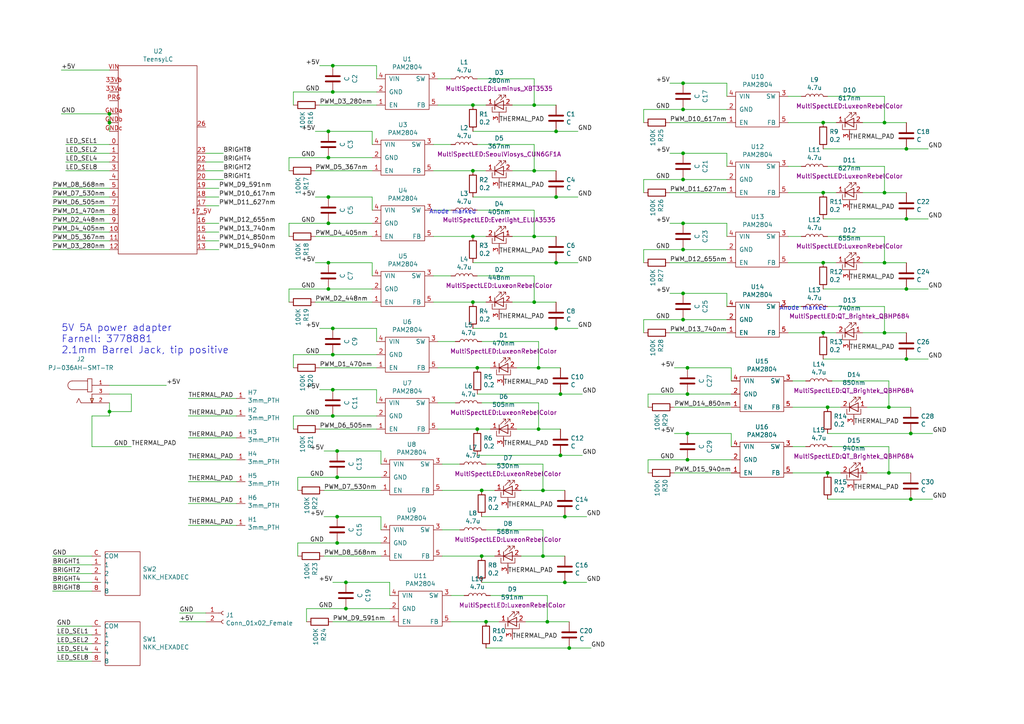
<source format=kicad_sch>
(kicad_sch (version 20211123) (generator eeschema)
  (paper "A4")
  (junction (at 95.25 83.82))
  (junction (at 240.03 137.16))
  (junction (at 198.12 85.09))
  (junction (at 96.52 19.05))
  (junction (at 198.12 92.71))
  (junction (at 154.94 68.58))
  (junction (at 165.1 187.96))
  (junction (at 138.43 106.68))
  (junction (at 97.79 157.48))
  (junction (at 256.54 96.52))
  (junction (at 31.75 33.02))
  (junction (at 262.89 63.5))
  (junction (at 154.94 49.53))
  (junction (at 158.75 180.34))
  (junction (at 137.16 87.63))
  (junction (at 238.76 96.52))
  (junction (at 97.79 149.86))
  (junction (at 198.12 64.77))
  (junction (at 198.12 44.45))
  (junction (at 262.89 43.18))
  (junction (at 100.33 176.53))
  (junction (at 264.16 144.78))
  (junction (at 238.76 55.88))
  (junction (at 264.16 125.73))
  (junction (at 96.52 95.25))
  (junction (at 96.52 113.03))
  (junction (at 163.83 149.86))
  (junction (at 238.76 35.56))
  (junction (at 100.33 168.91))
  (junction (at 95.25 64.77))
  (junction (at 157.48 142.24))
  (junction (at 154.94 30.48))
  (junction (at 137.16 30.48))
  (junction (at 95.25 38.1))
  (junction (at 154.94 87.63))
  (junction (at 96.52 26.67))
  (junction (at 161.29 95.25))
  (junction (at 198.12 52.07))
  (junction (at 161.29 38.1))
  (junction (at 138.43 124.46))
  (junction (at 257.81 137.16))
  (junction (at 96.52 102.87))
  (junction (at 198.12 24.13))
  (junction (at 256.54 55.88))
  (junction (at 199.39 114.3))
  (junction (at 162.56 114.3))
  (junction (at 240.03 118.11))
  (junction (at 262.89 83.82))
  (junction (at 256.54 76.2))
  (junction (at 238.76 76.2))
  (junction (at 199.39 133.35))
  (junction (at 156.21 106.68))
  (junction (at 163.83 168.91))
  (junction (at 257.81 118.11))
  (junction (at 137.16 49.53))
  (junction (at 95.25 76.2))
  (junction (at 96.52 120.65))
  (junction (at 161.29 57.15))
  (junction (at 162.56 132.08))
  (junction (at 157.48 161.29))
  (junction (at 199.39 106.68))
  (junction (at 139.7 161.29))
  (junction (at 262.89 104.14))
  (junction (at 198.12 72.39))
  (junction (at 156.21 124.46))
  (junction (at 198.12 31.75))
  (junction (at 199.39 125.73))
  (junction (at 95.25 57.15))
  (junction (at 137.16 68.58))
  (junction (at 140.97 180.34))
  (junction (at 95.25 45.72))
  (junction (at 139.7 142.24))
  (junction (at 97.79 138.43))
  (junction (at 31.75 35.56))
  (junction (at 31.75 119.38))
  (junction (at 161.29 76.2))
  (junction (at 97.79 130.81))
  (junction (at 256.54 35.56))
  (wire (pts (xy 110.49 130.81) (xy 97.79 130.81)))
  (wire (pts (xy 243.84 118.11) (xy 240.03 118.11)))
  (wire (pts (xy 186.69 31.75) (xy 186.69 35.56)))
  (wire (pts (xy 128.27 161.29) (xy 139.7 161.29)))
  (wire (pts (xy 128.27 134.62) (xy 133.35 134.62)))
  (wire (pts (xy 88.9 176.53) (xy 88.9 180.34)))
  (wire (pts (xy 154.94 87.63) (xy 154.94 80.01)))
  (wire (pts (xy 186.69 72.39) (xy 198.12 72.39)))
  (wire (pts (xy 186.69 92.71) (xy 186.69 96.52)))
  (wire (pts (xy 31.75 59.69) (xy 15.24 59.69)))
  (wire (pts (xy 256.54 76.2) (xy 262.89 76.2)))
  (wire (pts (xy 107.95 83.82) (xy 95.25 83.82)))
  (wire (pts (xy 110.49 157.48) (xy 97.79 157.48)))
  (wire (pts (xy 113.03 176.53) (xy 100.33 176.53)))
  (wire (pts (xy 83.82 83.82) (xy 95.25 83.82)))
  (wire (pts (xy 107.95 57.15) (xy 95.25 57.15)))
  (wire (pts (xy 186.69 72.39) (xy 186.69 76.2)))
  (wire (pts (xy 162.56 132.08) (xy 138.43 132.08)))
  (wire (pts (xy 148.59 30.48) (xy 154.94 30.48)))
  (wire (pts (xy 210.82 64.77) (xy 210.82 68.58)))
  (wire (pts (xy 127 99.06) (xy 132.08 99.06)))
  (wire (pts (xy 256.54 88.9) (xy 240.03 88.9)))
  (wire (pts (xy 144.78 180.34) (xy 140.97 180.34)))
  (wire (pts (xy 68.58 120.65) (xy 54.61 120.65)))
  (wire (pts (xy 86.36 138.43) (xy 97.79 138.43)))
  (wire (pts (xy 85.09 102.87) (xy 96.52 102.87)))
  (wire (pts (xy 152.4 180.34) (xy 158.75 180.34)))
  (wire (pts (xy 95.25 57.15) (xy 91.44 57.15)))
  (wire (pts (xy 170.18 149.86) (xy 163.83 149.86)))
  (wire (pts (xy 154.94 68.58) (xy 161.29 68.58)))
  (wire (pts (xy 68.58 139.7) (xy 54.61 139.7)))
  (wire (pts (xy 269.24 83.82) (xy 262.89 83.82)))
  (wire (pts (xy 128.27 142.24) (xy 139.7 142.24)))
  (wire (pts (xy 125.73 60.96) (xy 130.81 60.96)))
  (wire (pts (xy 212.09 114.3) (xy 199.39 114.3)))
  (wire (pts (xy 210.82 31.75) (xy 198.12 31.75)))
  (wire (pts (xy 167.64 57.15) (xy 161.29 57.15)))
  (wire (pts (xy 198.12 44.45) (xy 194.31 44.45)))
  (wire (pts (xy 257.81 137.16) (xy 264.16 137.16)))
  (wire (pts (xy 107.95 38.1) (xy 107.95 41.91)))
  (wire (pts (xy 256.54 35.56) (xy 256.54 27.94)))
  (wire (pts (xy 31.75 119.38) (xy 31.75 120.65)))
  (wire (pts (xy 270.51 144.78) (xy 264.16 144.78)))
  (wire (pts (xy 15.24 72.39) (xy 31.75 72.39)))
  (wire (pts (xy 250.19 35.56) (xy 256.54 35.56)))
  (wire (pts (xy 199.39 125.73) (xy 195.58 125.73)))
  (wire (pts (xy 127 124.46) (xy 138.43 124.46)))
  (wire (pts (xy 26.67 163.83) (xy 15.24 163.83)))
  (wire (pts (xy 85.09 120.65) (xy 96.52 120.65)))
  (wire (pts (xy 238.76 76.2) (xy 228.6 76.2)))
  (wire (pts (xy 154.94 49.53) (xy 161.29 49.53)))
  (wire (pts (xy 125.73 49.53) (xy 137.16 49.53)))
  (wire (pts (xy 238.76 35.56) (xy 228.6 35.56)))
  (wire (pts (xy 143.51 142.24) (xy 139.7 142.24)))
  (wire (pts (xy 212.09 125.73) (xy 212.09 129.54)))
  (wire (pts (xy 83.82 83.82) (xy 83.82 87.63)))
  (wire (pts (xy 186.69 52.07) (xy 186.69 55.88)))
  (wire (pts (xy 270.51 125.73) (xy 264.16 125.73)))
  (wire (pts (xy 154.94 60.96) (xy 138.43 60.96)))
  (wire (pts (xy 256.54 55.88) (xy 256.54 48.26)))
  (wire (pts (xy 250.19 76.2) (xy 256.54 76.2)))
  (wire (pts (xy 109.22 113.03) (xy 109.22 116.84)))
  (wire (pts (xy 198.12 24.13) (xy 194.31 24.13)))
  (wire (pts (xy 107.95 76.2) (xy 95.25 76.2)))
  (wire (pts (xy 26.67 186.69) (xy 16.51 186.69)))
  (wire (pts (xy 140.97 30.48) (xy 137.16 30.48)))
  (wire (pts (xy 26.67 171.45) (xy 15.24 171.45)))
  (wire (pts (xy 26.67 129.54) (xy 38.1 129.54)))
  (wire (pts (xy 257.81 118.11) (xy 257.81 110.49)))
  (wire (pts (xy 165.1 187.96) (xy 140.97 187.96)))
  (wire (pts (xy 238.76 55.88) (xy 228.6 55.88)))
  (wire (pts (xy 168.91 114.3) (xy 162.56 114.3)))
  (wire (pts (xy 26.67 161.29) (xy 15.24 161.29)))
  (wire (pts (xy 243.84 137.16) (xy 240.03 137.16)))
  (wire (pts (xy 107.95 49.53) (xy 91.44 49.53)))
  (wire (pts (xy 168.91 132.08) (xy 162.56 132.08)))
  (wire (pts (xy 186.69 92.71) (xy 198.12 92.71)))
  (wire (pts (xy 233.68 110.49) (xy 229.87 110.49)))
  (wire (pts (xy 256.54 96.52) (xy 256.54 88.9)))
  (wire (pts (xy 187.96 133.35) (xy 199.39 133.35)))
  (wire (pts (xy 31.75 54.61) (xy 15.24 54.61)))
  (wire (pts (xy 212.09 137.16) (xy 195.58 137.16)))
  (wire (pts (xy 251.46 118.11) (xy 257.81 118.11)))
  (wire (pts (xy 198.12 64.77) (xy 194.31 64.77)))
  (wire (pts (xy 109.22 95.25) (xy 96.52 95.25)))
  (wire (pts (xy 242.57 35.56) (xy 238.76 35.56)))
  (wire (pts (xy 186.69 52.07) (xy 198.12 52.07)))
  (wire (pts (xy 140.97 68.58) (xy 137.16 68.58)))
  (wire (pts (xy 125.73 68.58) (xy 137.16 68.58)))
  (wire (pts (xy 262.89 43.18) (xy 238.76 43.18)))
  (wire (pts (xy 96.52 95.25) (xy 92.71 95.25)))
  (wire (pts (xy 109.22 113.03) (xy 96.52 113.03)))
  (wire (pts (xy 109.22 19.05) (xy 109.22 22.86)))
  (wire (pts (xy 154.94 41.91) (xy 138.43 41.91)))
  (wire (pts (xy 31.75 116.84) (xy 31.75 119.38)))
  (wire (pts (xy 264.16 125.73) (xy 240.03 125.73)))
  (wire (pts (xy 85.09 120.65) (xy 85.09 124.46)))
  (wire (pts (xy 187.96 114.3) (xy 199.39 114.3)))
  (wire (pts (xy 269.24 43.18) (xy 262.89 43.18)))
  (wire (pts (xy 154.94 49.53) (xy 154.94 41.91)))
  (wire (pts (xy 157.48 142.24) (xy 163.83 142.24)))
  (wire (pts (xy 148.59 49.53) (xy 154.94 49.53)))
  (wire (pts (xy 163.83 168.91) (xy 139.7 168.91)))
  (wire (pts (xy 26.67 184.15) (xy 16.51 184.15)))
  (wire (pts (xy 68.58 133.35) (xy 54.61 133.35)))
  (wire (pts (xy 26.67 166.37) (xy 15.24 166.37)))
  (wire (pts (xy 31.75 57.15) (xy 15.24 57.15)))
  (wire (pts (xy 109.22 120.65) (xy 96.52 120.65)))
  (wire (pts (xy 187.96 133.35) (xy 187.96 137.16)))
  (wire (pts (xy 256.54 55.88) (xy 262.89 55.88)))
  (wire (pts (xy 107.95 45.72) (xy 95.25 45.72)))
  (wire (pts (xy 210.82 76.2) (xy 194.31 76.2)))
  (wire (pts (xy 232.41 48.26) (xy 228.6 48.26)))
  (wire (pts (xy 232.41 88.9) (xy 228.6 88.9)))
  (wire (pts (xy 250.19 96.52) (xy 256.54 96.52)))
  (wire (pts (xy 250.19 55.88) (xy 256.54 55.88)))
  (wire (pts (xy 110.49 149.86) (xy 97.79 149.86)))
  (wire (pts (xy 157.48 153.67) (xy 140.97 153.67)))
  (wire (pts (xy 68.58 115.57) (xy 54.61 115.57)))
  (wire (pts (xy 158.75 180.34) (xy 165.1 180.34)))
  (wire (pts (xy 83.82 64.77) (xy 83.82 68.58)))
  (wire (pts (xy 170.18 168.91) (xy 163.83 168.91)))
  (wire (pts (xy 161.29 76.2) (xy 137.16 76.2)))
  (wire (pts (xy 158.75 172.72) (xy 142.24 172.72)))
  (wire (pts (xy 68.58 146.05) (xy 54.61 146.05)))
  (wire (pts (xy 26.67 120.65) (xy 26.67 129.54)))
  (wire (pts (xy 161.29 95.25) (xy 137.16 95.25)))
  (wire (pts (xy 113.03 180.34) (xy 96.52 180.34)))
  (wire (pts (xy 140.97 87.63) (xy 137.16 87.63)))
  (wire (pts (xy 109.22 30.48) (xy 92.71 30.48)))
  (wire (pts (xy 269.24 63.5) (xy 262.89 63.5)))
  (wire (pts (xy 31.75 69.85) (xy 15.24 69.85)))
  (wire (pts (xy 242.57 76.2) (xy 238.76 76.2)))
  (wire (pts (xy 156.21 116.84) (xy 139.7 116.84)))
  (wire (pts (xy 31.75 64.77) (xy 15.24 64.77)))
  (wire (pts (xy 31.75 114.3) (xy 38.1 114.3)))
  (wire (pts (xy 97.79 130.81) (xy 93.98 130.81)))
  (wire (pts (xy 171.45 187.96) (xy 165.1 187.96)))
  (wire (pts (xy 109.22 19.05) (xy 96.52 19.05)))
  (wire (pts (xy 256.54 68.58) (xy 240.03 68.58)))
  (wire (pts (xy 63.5 69.85) (xy 59.69 69.85)))
  (wire (pts (xy 110.49 142.24) (xy 93.98 142.24)))
  (wire (pts (xy 210.82 72.39) (xy 198.12 72.39)))
  (wire (pts (xy 240.03 118.11) (xy 229.87 118.11)))
  (wire (pts (xy 107.95 68.58) (xy 91.44 68.58)))
  (wire (pts (xy 97.79 149.86) (xy 93.98 149.86)))
  (wire (pts (xy 110.49 130.81) (xy 110.49 134.62)))
  (wire (pts (xy 163.83 149.86) (xy 139.7 149.86)))
  (wire (pts (xy 210.82 55.88) (xy 194.31 55.88)))
  (wire (pts (xy 31.75 33.02) (xy 17.78 33.02)))
  (wire (pts (xy 110.49 138.43) (xy 97.79 138.43)))
  (wire (pts (xy 95.25 38.1) (xy 91.44 38.1)))
  (wire (pts (xy 210.82 92.71) (xy 198.12 92.71)))
  (wire (pts (xy 109.22 124.46) (xy 92.71 124.46)))
  (wire (pts (xy 232.41 68.58) (xy 228.6 68.58)))
  (wire (pts (xy 210.82 44.45) (xy 198.12 44.45)))
  (wire (pts (xy 199.39 106.68) (xy 195.58 106.68)))
  (wire (pts (xy 38.1 114.3) (xy 38.1 119.38)))
  (wire (pts (xy 143.51 161.29) (xy 139.7 161.29)))
  (wire (pts (xy 240.03 137.16) (xy 229.87 137.16)))
  (wire (pts (xy 210.82 35.56) (xy 194.31 35.56)))
  (wire (pts (xy 85.09 102.87) (xy 85.09 106.68)))
  (wire (pts (xy 262.89 63.5) (xy 238.76 63.5)))
  (wire (pts (xy 154.94 68.58) (xy 154.94 60.96)))
  (wire (pts (xy 157.48 142.24) (xy 157.48 134.62)))
  (wire (pts (xy 151.13 161.29) (xy 157.48 161.29)))
  (wire (pts (xy 212.09 133.35) (xy 199.39 133.35)))
  (wire (pts (xy 68.58 127) (xy 54.61 127)))
  (wire (pts (xy 269.24 104.14) (xy 262.89 104.14)))
  (wire (pts (xy 149.86 106.68) (xy 156.21 106.68)))
  (wire (pts (xy 137.16 30.48) (xy 127 30.48)))
  (wire (pts (xy 96.52 113.03) (xy 92.71 113.03)))
  (wire (pts (xy 59.69 177.8) (xy 52.07 177.8)))
  (wire (pts (xy 156.21 124.46) (xy 162.56 124.46)))
  (wire (pts (xy 256.54 76.2) (xy 256.54 68.58)))
  (wire (pts (xy 63.5 72.39) (xy 59.69 72.39)))
  (wire (pts (xy 242.57 96.52) (xy 238.76 96.52)))
  (wire (pts (xy 156.21 106.68) (xy 156.21 99.06)))
  (wire (pts (xy 140.97 180.34) (xy 130.81 180.34)))
  (wire (pts (xy 156.21 106.68) (xy 162.56 106.68)))
  (wire (pts (xy 107.95 57.15) (xy 107.95 60.96)))
  (wire (pts (xy 167.64 95.25) (xy 161.29 95.25)))
  (wire (pts (xy 232.41 27.94) (xy 228.6 27.94)))
  (wire (pts (xy 26.67 191.77) (xy 16.51 191.77)))
  (wire (pts (xy 125.73 87.63) (xy 137.16 87.63)))
  (wire (pts (xy 212.09 125.73) (xy 199.39 125.73)))
  (wire (pts (xy 262.89 83.82) (xy 238.76 83.82)))
  (wire (pts (xy 157.48 161.29) (xy 163.83 161.29)))
  (wire (pts (xy 130.81 22.86) (xy 127 22.86)))
  (wire (pts (xy 83.82 45.72) (xy 83.82 49.53)))
  (wire (pts (xy 88.9 176.53) (xy 100.33 176.53)))
  (wire (pts (xy 86.36 157.48) (xy 86.36 161.29)))
  (wire (pts (xy 161.29 38.1) (xy 137.16 38.1)))
  (wire (pts (xy 161.29 57.15) (xy 137.16 57.15)))
  (wire (pts (xy 107.95 38.1) (xy 95.25 38.1)))
  (wire (pts (xy 107.95 64.77) (xy 95.25 64.77)))
  (wire (pts (xy 242.57 55.88) (xy 238.76 55.88)))
  (wire (pts (xy 86.36 138.43) (xy 86.36 142.24)))
  (wire (pts (xy 31.75 46.99) (xy 19.05 46.99)))
  (wire (pts (xy 31.75 49.53) (xy 19.05 49.53)))
  (wire (pts (xy 109.22 102.87) (xy 96.52 102.87)))
  (wire (pts (xy 107.95 87.63) (xy 91.44 87.63)))
  (wire (pts (xy 63.5 67.31) (xy 59.69 67.31)))
  (wire (pts (xy 85.09 26.67) (xy 96.52 26.67)))
  (wire (pts (xy 109.22 95.25) (xy 109.22 99.06)))
  (wire (pts (xy 31.75 119.38) (xy 38.1 119.38)))
  (wire (pts (xy 156.21 124.46) (xy 156.21 116.84)))
  (wire (pts (xy 157.48 161.29) (xy 157.48 153.67)))
  (wire (pts (xy 63.5 64.77) (xy 59.69 64.77)))
  (wire (pts (xy 154.94 30.48) (xy 161.29 30.48)))
  (wire (pts (xy 83.82 45.72) (xy 95.25 45.72)))
  (wire (pts (xy 151.13 142.24) (xy 157.48 142.24)))
  (wire (pts (xy 210.82 52.07) (xy 198.12 52.07)))
  (wire (pts (xy 264.16 144.78) (xy 240.03 144.78)))
  (wire (pts (xy 257.81 137.16) (xy 257.81 129.54)))
  (wire (pts (xy 158.75 180.34) (xy 158.75 172.72)))
  (wire (pts (xy 157.48 134.62) (xy 140.97 134.62)))
  (wire (pts (xy 256.54 48.26) (xy 240.03 48.26)))
  (wire (pts (xy 257.81 110.49) (xy 241.3 110.49)))
  (wire (pts (xy 210.82 96.52) (xy 194.31 96.52)))
  (wire (pts (xy 142.24 124.46) (xy 138.43 124.46)))
  (wire (pts (xy 26.67 189.23) (xy 16.51 189.23)))
  (wire (pts (xy 59.69 180.34) (xy 52.07 180.34)))
  (wire (pts (xy 154.94 22.86) (xy 138.43 22.86)))
  (wire (pts (xy 107.95 76.2) (xy 107.95 80.01)))
  (wire (pts (xy 187.96 114.3) (xy 187.96 118.11)))
  (wire (pts (xy 257.81 129.54) (xy 241.3 129.54)))
  (wire (pts (xy 262.89 104.14) (xy 238.76 104.14)))
  (wire (pts (xy 26.67 181.61) (xy 16.51 181.61)))
  (wire (pts (xy 113.03 168.91) (xy 100.33 168.91)))
  (wire (pts (xy 31.75 20.32) (xy 17.78 20.32)))
  (wire (pts (xy 110.49 149.86) (xy 110.49 153.67)))
  (wire (pts (xy 156.21 99.06) (xy 139.7 99.06)))
  (wire (pts (xy 59.69 52.07) (xy 64.77 52.07)))
  (wire (pts (xy 31.75 111.76) (xy 48.26 111.76)))
  (wire (pts (xy 198.12 85.09) (xy 194.31 85.09)))
  (wire (pts (xy 212.09 106.68) (xy 199.39 106.68)))
  (wire (pts (xy 31.75 67.31) (xy 15.24 67.31)))
  (wire (pts (xy 109.22 106.68) (xy 92.71 106.68)))
  (wire (pts (xy 233.68 129.54) (xy 229.87 129.54)))
  (wire (pts (xy 31.75 35.56) (xy 31.75 38.1)))
  (wire (pts (xy 125.73 41.91) (xy 130.81 41.91)))
  (wire (pts (xy 59.69 46.99) (xy 64.77 46.99)))
  (wire (pts (xy 212.09 106.68) (xy 212.09 110.49)))
  (wire (pts (xy 251.46 137.16) (xy 257.81 137.16)))
  (wire (pts (xy 86.36 157.48) (xy 97.79 157.48)))
  (wire (pts (xy 100.33 168.91) (xy 96.52 168.91)))
  (wire (pts (xy 109.22 26.67) (xy 96.52 26.67)))
  (wire (pts (xy 256.54 35.56) (xy 262.89 35.56)))
  (wire (pts (xy 127 106.68) (xy 138.43 106.68)))
  (wire (pts (xy 59.69 49.53) (xy 64.77 49.53)))
  (wire (pts (xy 31.75 120.65) (xy 26.67 120.65)))
  (wire (pts (xy 186.69 31.75) (xy 198.12 31.75)))
  (wire (pts (xy 63.5 54.61) (xy 59.69 54.61)))
  (wire (pts (xy 148.59 87.63) (xy 154.94 87.63)))
  (wire (pts (xy 238.76 96.52) (xy 228.6 96.52)))
  (wire (pts (xy 31.75 44.45) (xy 19.05 44.45)))
  (wire (pts (xy 95.25 76.2) (xy 91.44 76.2)))
  (wire (pts (xy 256.54 27.94) (xy 240.03 27.94)))
  (wire (pts (xy 257.81 118.11) (xy 264.16 118.11)))
  (wire (pts (xy 96.52 19.05) (xy 92.71 19.05)))
  (wire (pts (xy 113.03 168.91) (xy 113.03 172.72)))
  (wire (pts (xy 154.94 30.48) (xy 154.94 22.86)))
  (wire (pts (xy 63.5 59.69) (xy 59.69 59.69)))
  (wire (pts (xy 31.75 41.91) (xy 19.05 41.91)))
  (wire (pts (xy 140.97 49.53) (xy 137.16 49.53)))
  (wire (pts (xy 31.75 62.23) (xy 15.24 62.23)))
  (wire (pts (xy 148.59 68.58) (xy 154.94 68.58)))
  (wire (pts (xy 68.58 152.4) (xy 54.61 152.4)))
  (wire (pts (xy 31.75 33.02) (xy 31.75 35.56)))
  (wire (pts (xy 125.73 80.01) (xy 130.81 80.01)))
  (wire (pts (xy 210.82 44.45) (xy 210.82 48.26)))
  (wire (pts (xy 210.82 85.09) (xy 198.12 85.09)))
  (wire (pts (xy 149.86 124.46) (xy 156.21 124.46)))
  (wire (pts (xy 256.54 96.52) (xy 262.89 96.52)))
  (wire (pts (xy 127 116.84) (xy 132.08 116.84)))
  (wire (pts (xy 59.69 44.45) (xy 64.77 44.45)))
  (wire (pts (xy 210.82 24.13) (xy 210.82 27.94)))
  (wire (pts (xy 110.49 161.29) (xy 93.98 161.29)))
  (wire (pts (xy 162.56 114.3) (xy 138.43 114.3)))
  (wire (pts (xy 212.09 118.11) (xy 195.58 118.11)))
  (wire (pts (xy 63.5 57.15) (xy 59.69 57.15)))
  (wire (pts (xy 154.94 80.01) (xy 138.43 80.01)))
  (wire (pts (xy 210.82 85.09) (xy 210.82 88.9)))
  (wire (pts (xy 167.64 76.2) (xy 161.29 76.2)))
  (wire (pts (xy 154.94 87.63) (xy 161.29 87.63)))
  (wire (pts (xy 128.27 153.67) (xy 133.35 153.67)))
  (wire (pts (xy 83.82 64.77) (xy 95.25 64.77)))
  (wire (pts (xy 134.62 172.72) (xy 130.81 172.72)))
  (wire (pts (xy 210.82 64.77) (xy 198.12 64.77)))
  (wire (pts (xy 85.09 26.67) (xy 85.09 30.48)))
  (wire (pts (xy 210.82 24.13) (xy 198.12 24.13)))
  (wire (pts (xy 142.24 106.68) (xy 138.43 106.68)))
  (wire (pts (xy 26.67 168.91) (xy 15.24 168.91)))
  (wire (pts (xy 167.64 38.1) (xy 161.29 38.1)))
  (text "Anode marked" (at 124.46 62.23 0) (effects (font (size 1.27 1.27)) (justify left bottom)))
  (text "5V 5A power adapter \nFarnell: 3778881\n2.1mm Barrel Jack, tip positive" (at 17.78 102.87 0) (effects (font (size 2.0066 2.0066)) (justify left bottom)))
  (text "Anode marked" (at 226.06 90.17 0) (effects (font (size 1.27 1.27)) (justify left bottom)))
  (label "PWM_D7_530nm" (at 15.24 57.15 0))
  (label "THERMAL_PAD" (at 146.05 129.54 0))
  (label "GND" (at 92.71 26.67 180))
  (label "+5V" (at 48.26 111.76 0))
  (label "THERMAL_PAD" (at 246.38 101.6 0))
  (label "GND" (at 167.64 76.2 0))
  (label "BRIGHT2" (at 15.24 166.37 0))
  (label "THERMAL_PAD" (at 54.61 120.65 0))
  (label "GND" (at 15.24 161.29 0))
  (label "+5V" (at 194.31 85.09 180))
  (label "+5V" (at 96.52 168.91 180))
  (label "GND" (at 17.78 33.02 0))
  (label "PWM_D14_850nm" (at 195.58 118.11 0))
  (label "GND" (at 167.64 38.1 0))
  (label "THERMAL_PAD" (at 54.61 139.7 0))
  (label "LED_SEL1" (at 16.51 184.15 0))
  (label "GND" (at 194.31 92.71 180))
  (label "PWM_D12_655nm" (at 63.5 64.77 0))
  (label "GND" (at 269.24 63.5 0))
  (label "+5V" (at 92.71 19.05 180))
  (label "LED_SEL2" (at 19.05 44.45 0))
  (label "GND" (at 195.58 114.3 180))
  (label "+5V" (at 93.98 130.81 180))
  (label "PWM_D2_448nm" (at 91.44 87.63 0))
  (label "BRIGHT4" (at 15.24 168.91 0))
  (label "GND" (at 269.24 104.14 0))
  (label "THERMAL_PAD" (at 54.61 146.05 0))
  (label "BRIGHT4" (at 64.77 46.99 0))
  (label "PWM_D6_505nm" (at 15.24 59.69 0))
  (label "GND" (at 96.52 176.53 180))
  (label "THERMAL_PAD" (at 144.78 35.56 0))
  (label "THERMAL_PAD" (at 38.1 129.54 0))
  (label "PWM_D1_470nm" (at 92.71 106.68 0))
  (label "+5V" (at 195.58 125.73 180))
  (label "PWM_D15_940nm" (at 63.5 72.39 0))
  (label "THERMAL_PAD" (at 146.05 111.76 0))
  (label "GND" (at 167.64 57.15 0))
  (label "THERMAL_PAD" (at 54.61 133.35 0))
  (label "PWM_D10_617nm" (at 194.31 35.56 0))
  (label "GND" (at 194.31 52.07 180))
  (label "GND" (at 92.71 102.87 180))
  (label "PWM_D5_367nm" (at 91.44 49.53 0))
  (label "THERMAL_PAD" (at 54.61 127 0))
  (label "THERMAL_PAD" (at 54.61 115.57 0))
  (label "+5V" (at 17.78 20.32 0))
  (label "PWM_D13_740nm" (at 194.31 96.52 0))
  (label "PWM_D11_627nm" (at 63.5 59.69 0))
  (label "+5V" (at 91.44 38.1 180))
  (label "THERMAL_PAD" (at 247.65 142.24 0))
  (label "THERMAL_PAD" (at 144.78 92.71 0))
  (label "GND" (at 194.31 31.75 180))
  (label "THERMAL_PAD" (at 54.61 152.4 0))
  (label "LED_SEL1" (at 19.05 41.91 0))
  (label "THERMAL_PAD" (at 144.78 73.66 0))
  (label "PWM_D9_591nm" (at 63.5 54.61 0))
  (label "GND" (at 170.18 168.91 0))
  (label "THERMAL_PAD" (at 147.32 166.37 0))
  (label "LED_SEL4" (at 19.05 46.99 0))
  (label "LED_SEL2" (at 16.51 186.69 0))
  (label "LED_SEL8" (at 16.51 191.77 0))
  (label "GND" (at 91.44 83.82 180))
  (label "THERMAL_PAD" (at 148.59 185.42 0))
  (label "BRIGHT8" (at 64.77 44.45 0))
  (label "PWM_D3_280nm" (at 92.71 30.48 0))
  (label "PWM_D8_568nm" (at 15.24 54.61 0))
  (label "GND" (at 269.24 83.82 0))
  (label "GND" (at 168.91 114.3 0))
  (label "PWM_D3_280nm" (at 15.24 72.39 0))
  (label "GND" (at 270.51 144.78 0))
  (label "PWM_D10_617nm" (at 63.5 57.15 0))
  (label "+5V" (at 195.58 106.68 180))
  (label "THERMAL_PAD" (at 246.38 81.28 0))
  (label "PWM_D12_655nm" (at 194.31 76.2 0))
  (label "PWM_D13_740nm" (at 63.5 67.31 0))
  (label "GND" (at 92.71 120.65 180))
  (label "GND" (at 33.02 129.54 0))
  (label "GND" (at 170.18 149.86 0))
  (label "THERMAL_PAD" (at 144.78 54.61 0))
  (label "+5V" (at 93.98 149.86 180))
  (label "PWM_D11_627nm" (at 194.31 55.88 0))
  (label "GND" (at 168.91 132.08 0))
  (label "THERMAL_PAD" (at 247.65 123.19 0))
  (label "PWM_D7_530nm" (at 93.98 142.24 0))
  (label "BRIGHT1" (at 15.24 163.83 0))
  (label "PWM_D9_591nm" (at 96.52 180.34 0))
  (label "THERMAL_PAD" (at 246.38 60.96 0))
  (label "GND" (at 52.07 177.8 0))
  (label "PWM_D4_405nm" (at 15.24 67.31 0))
  (label "PWM_D8_568nm" (at 93.98 161.29 0))
  (label "GND" (at 93.98 157.48 180))
  (label "BRIGHT2" (at 64.77 49.53 0))
  (label "GND" (at 269.24 43.18 0))
  (label "BRIGHT1" (at 64.77 52.07 0))
  (label "+5V" (at 194.31 24.13 180))
  (label "GND" (at 91.44 45.72 180))
  (label "THERMAL_PAD" (at 147.32 147.32 0))
  (label "PWM_D6_505nm" (at 92.71 124.46 0))
  (label "+5V" (at 194.31 64.77 180))
  (label "GND" (at 270.51 125.73 0))
  (label "BRIGHT8" (at 15.24 171.45 0))
  (label "LED_SEL8" (at 19.05 49.53 0))
  (label "GND" (at 195.58 133.35 180))
  (label "PWM_D15_940nm" (at 195.58 137.16 0))
  (label "+5V" (at 92.71 113.03 180))
  (label "PWM_D1_470nm" (at 15.24 62.23 0))
  (label "+5V" (at 91.44 76.2 180))
  (label "GND" (at 16.51 181.61 0))
  (label "GND" (at 91.44 64.77 180))
  (label "PWM_D4_405nm" (at 91.44 68.58 0))
  (label "LED_SEL4" (at 16.51 189.23 0))
  (label "GND" (at 171.45 187.96 0))
  (label "+5V" (at 92.71 95.25 180))
  (label "PWM_D14_850nm" (at 63.5 69.85 0))
  (label "PWM_D5_367nm" (at 15.24 69.85 0))
  (label "GND" (at 167.64 95.25 0))
  (label "THERMAL_PAD" (at 246.38 40.64 0))
  (label "GND" (at 194.31 72.39 180))
  (label "GND" (at 93.98 138.43 180))
  (label "+5V" (at 91.44 57.15 180))
  (label "+5V" (at 194.31 44.45 180))
  (label "+5V" (at 52.07 180.34 0))
  (label "PWM_D2_448nm" (at 15.24 64.77 0))
  (symbol (lib_id "MultiSpectLED:LED_PAD") (at 144.78 87.63 0) (unit 1)
    (property "Reference" "D2" (at 144.78 78.2066 0))
    (property "Value" "448nm" (at 144.78 80.518 0))
    (property "Footprint" "MultiSpectLED:LuxeonRebelColor" (at 144.78 82.8294 0))
    (property "Digikey Part Number" "1416-1038-1-ND" (effects hide))
  )
  (symbol (lib_id "MultiSpectLED:LED_PAD") (at 146.05 106.68 0) (unit 1)
    (property "Reference" "D1" (at 146.05 97.2566 0))
    (property "Value" "470nm" (at 146.05 99.568 0))
    (property "Footprint" "MultiSpectLED:LuxeonRebelColor" (at 146.05 101.8794 0))
    (property "Digikey Part Number" "1416-1029-1-ND" (effects hide))
  )
  (symbol (lib_id "MultiSpectLED:LED_PAD") (at 144.78 30.48 0) (unit 1)
    (property "Reference" "D3" (at 144.78 21.0566 0))
    (property "Value" "280nm" (at 144.78 23.368 0))
    (property "Footprint" "MultiSpectLED:Luminus_XBT3535" (at 144.78 25.6794 0))
    (property "Digikey Part Number" "1214-XBT-3535-UV-A130-CD270-00CT-ND" (effects hide))
  )
  (symbol (lib_id "MultiSpectLED:LED_PAD") (at 144.78 49.53 0) (unit 1)
    (property "Reference" "D5" (at 144.78 40.1066 0))
    (property "Value" "367nm" (at 144.78 42.418 0))
    (property "Footprint" "MultiSpectLED:SeoulViosys_CUN6GF1A" (at 144.78 44.7294 0))
    (property "Digikey Part Number" "2112-CUN6GF1ACT-ND" (effects hide))
  )
  (symbol (lib_id "MultiSpectLED:LED_PAD_ANODE_MARKED") (at 144.78 68.58 0) (unit 1)
    (property "Reference" "D4" (at 144.78 59.1566 0))
    (property "Value" "405nm" (at 144.78 61.468 0))
    (property "Footprint" "MultiSpectLED:Everlight_ELUA3535" (at 144.78 63.7794 0))
    (property "Digikey Part Number" "1080-1620-1-ND" (effects hide))
  )
  (symbol (lib_id "MultiSpectLED:LED_PAD_ANODE_MARKED") (at 246.38 96.52 0) (unit 1)
    (property "Reference" "D13" (at 246.38 87.0966 0))
    (property "Value" "740nm" (at 246.38 89.408 0))
    (property "Footprint" "MultiSpectLED:QT_Brightek_QBHP684" (at 246.38 91.7194 0))
    (property "Digikey Part Number" "1516-1213-1-ND" (effects hide))
  )
  (symbol (lib_id "MultiSpectLED:LED_PAD_ANODE_MARKED") (at 247.65 118.11 0) (unit 1)
    (property "Reference" "D14" (at 247.65 108.6866 0))
    (property "Value" "850nm" (at 247.65 110.998 0))
    (property "Footprint" "MultiSpectLED:QT_Brightek_QBHP684" (at 247.65 113.3094 0))
  )
  (symbol (lib_id "MultiSpectLED:LED_PAD_ANODE_MARKED") (at 247.65 137.16 0) (unit 1)
    (property "Reference" "D15" (at 247.65 127.7366 0))
    (property "Value" "940nm" (at 247.65 130.048 0))
    (property "Footprint" "MultiSpectLED:QT_Brightek_QBHP684" (at 247.65 132.3594 0))
  )
  (symbol (lib_id "MultiSpectLED:LED_PAD") (at 146.05 124.46 0) (unit 1)
    (property "Reference" "D6" (at 146.05 115.0366 0))
    (property "Value" "505nm" (at 146.05 117.348 0))
    (property "Footprint" "MultiSpectLED:LuxeonRebelColor" (at 146.05 119.6594 0))
    (property "Digikey Part Number" "1416-1031-1-ND" (effects hide))
  )
  (symbol (lib_id "MultiSpectLED:LED_PAD") (at 147.32 142.24 0) (unit 1)
    (property "Reference" "D7" (at 147.32 132.8166 0))
    (property "Value" "530nm" (at 147.32 135.128 0))
    (property "Footprint" "MultiSpectLED:LuxeonRebelColor" (at 147.32 137.4394 0))
    (property "Digikey Part Number" "1416-1036-1-ND" (effects hide))
  )
  (symbol (lib_id "MultiSpectLED:LED_PAD") (at 147.32 161.29 0) (unit 1)
    (property "Reference" "D8" (at 147.32 151.8666 0))
    (property "Value" "568nm" (at 147.32 154.178 0))
    (property "Footprint" "MultiSpectLED:LuxeonRebelColor" (at 147.32 156.4894 0))
    (property "Digikey Part Number" "1416-1185-1-ND" (effects hide))
  )
  (symbol (lib_id "MultiSpectLED:LED_PAD") (at 148.59 180.34 0) (unit 1)
    (property "Reference" "D9" (at 148.59 170.9166 0))
    (property "Value" "591nm" (at 148.59 173.228 0))
    (property "Footprint" "MultiSpectLED:LuxeonRebelColor" (at 148.59 175.5394 0))
    (property "Digikey Part Number" "1416-1027-1-ND" (effects hide))
  )
  (symbol (lib_id "MultiSpectLED:LED_PAD") (at 246.38 35.56 0) (unit 1)
    (property "Reference" "D10" (at 246.38 26.1366 0))
    (property "Value" "617nm" (at 246.38 28.448 0))
    (property "Footprint" "MultiSpectLED:LuxeonRebelColor" (at 246.38 30.7594 0))
    (property "Digikey Part Number" "1416-1026-1-ND" (effects hide))
  )
  (symbol (lib_id "MultiSpectLED:LED_PAD") (at 246.38 55.88 0) (unit 1)
    (property "Reference" "D11" (at 246.38 46.4566 0))
    (property "Value" "627nm" (at 246.38 48.768 0))
    (property "Footprint" "MultiSpectLED:LuxeonRebelColor" (at 246.38 51.0794 0))
    (property "Digikey Part Number" "1416-1024-1-ND" (effects hide))
  )
  (symbol (lib_id "MultiSpectLED:LED_PAD") (at 246.38 76.2 0) (unit 1)
    (property "Reference" "D12" (at 246.38 66.7766 0))
    (property "Value" "655nm" (at 246.38 69.088 0))
    (property "Footprint" "MultiSpectLED:LuxeonRebelColor" (at 246.38 71.3994 0))
    (property "Digikey Part Number" "1416-1701-1-ND" (effects hide))
  )
  (symbol (lib_id "MultiSpectLED:3mm_PTH") (at 71.12 152.4 0) (unit 1)
    (property "Reference" "H1" (at 71.8312 150.6728 0) (effects (justify left)))
    (property "Value" "3mm_PTH" (at 71.8312 152.9842 0) (effects (justify left)))
    (property "Footprint" "MultiSpectLED:3mm_PTH" (effects hide))
  )
  (symbol (lib_id "MultiSpectLED:PAM2804") (at 118.11 25.4 0) (unit 1)
    (property "Reference" "U1" (at 118.11 17.145 0))
    (property "Value" "PAM2804" (at 118.11 19.4564 0))
    (property "Footprint" "MultiSpectLED:SOT-23-5" (effects hide))
    (property "Digikey Part Number" "PAM2804AAB010DICT-ND" (effects hide))
  )
  (symbol (lib_id "MultiSpectLED:R") (at 137.16 34.29 0) (unit 1)
    (property "Reference" "R1" (at 138.938 33.1216 0) (effects (justify left)))
    (property "Value" "0.2" (at 138.938 35.433 0) (effects (justify left)))
    (property "Footprint" "MultiSpectLED:R_0805_2012Metric" (effects hide))
    (property "Digikey Part Number" "RL12S.20FCT-ND" (effects hide))
  )
  (symbol (lib_id "MultiSpectLED:L") (at 134.62 22.86 90) (unit 1)
    (property "Reference" "L1" (at 134.62 18.034 90))
    (property "Value" "4.7u" (at 134.62 20.3454 90))
    (property "Footprint" "MultiSpectLED:L_1007_2518Metric" (effects hide))
    (property "Digikey Part Number" "587-1621-1-ND" (effects hide))
  )
  (symbol (lib_id "MultiSpectLED:C") (at 161.29 34.29 0) (unit 1)
    (property "Reference" "C1" (at 164.211 33.1216 0) (effects (justify left)))
    (property "Value" "C" (at 164.211 35.433 0) (effects (justify left)))
    (property "Footprint" "MultiSpectLED:C_0805_2012Metric" (effects hide))
    (property "Digikey Part Number" "490-3886-1-ND" (effects hide))
  )
  (symbol (lib_id "MultiSpectLED:C") (at 96.52 22.86 180) (unit 1)
    (property "Reference" "C2" (at 102.9208 22.86 90))
    (property "Value" "C" (at 100.6094 22.86 90))
    (property "Footprint" "MultiSpectLED:C_0805_2012Metric" (effects hide))
    (property "Digikey Part Number" "490-3886-1-ND" (effects hide))
  )
  (symbol (lib_id "MultiSpectLED:TeensyLC") (at 45.72 48.26 0) (unit 1)
    (property "Reference" "U2" (at 45.847 14.859 0))
    (property "Value" "TeensyLC" (at 45.847 17.1704 0))
    (property "Footprint" "MultiSpectLED:TeensyLC" (effects hide))
    (property "Digikey Part Number" "1568-1233-ND" (effects hide))
  )
  (symbol (lib_id "MultiSpectLED:NKK_HEXADEC") (at 36.83 185.42 0) (unit 1)
    (property "Reference" "SW1" (at 41.3512 185.3946 0) (effects (justify left)))
    (property "Value" "NKK_HEXADEC" (at 41.3512 187.706 0) (effects (justify left)))
    (property "Footprint" "MultiSpectLED:NKK_FR02" (effects hide))
    (property "Digikey Part Number" "360-2543-1-ND" (effects hide))
  )
  (symbol (lib_id "MultiSpectLED:3mm_PTH") (at 71.12 146.05 0) (unit 1)
    (property "Reference" "H6" (at 71.8312 144.3228 0) (effects (justify left)))
    (property "Value" "3mm_PTH" (at 71.8312 146.6342 0) (effects (justify left)))
    (property "Footprint" "MultiSpectLED:3mm_PTH" (effects hide))
  )
  (symbol (lib_id "MultiSpectLED:3mm_PTH") (at 71.12 139.7 0) (unit 1)
    (property "Reference" "H5" (at 71.8312 137.9728 0) (effects (justify left)))
    (property "Value" "3mm_PTH" (at 71.8312 140.2842 0) (effects (justify left)))
    (property "Footprint" "MultiSpectLED:3mm_PTH" (effects hide))
  )
  (symbol (lib_id "MultiSpectLED:3mm_PTH") (at 71.12 133.35 0) (unit 1)
    (property "Reference" "H4" (at 71.8312 131.6228 0) (effects (justify left)))
    (property "Value" "3mm_PTH" (at 71.8312 133.9342 0) (effects (justify left)))
    (property "Footprint" "MultiSpectLED:3mm_PTH" (effects hide))
  )
  (symbol (lib_id "MultiSpectLED:3mm_PTH") (at 71.12 127 0) (unit 1)
    (property "Reference" "H3" (at 71.8312 125.2728 0) (effects (justify left)))
    (property "Value" "3mm_PTH" (at 71.8312 127.5842 0) (effects (justify left)))
    (property "Footprint" "MultiSpectLED:3mm_PTH" (effects hide))
  )
  (symbol (lib_id "MultiSpectLED:3mm_PTH") (at 71.12 120.65 0) (unit 1)
    (property "Reference" "H2" (at 71.8312 118.9228 0) (effects (justify left)))
    (property "Value" "3mm_PTH" (at 71.8312 121.2342 0) (effects (justify left)))
    (property "Footprint" "MultiSpectLED:3mm_PTH" (effects hide))
  )
  (symbol (lib_id "MultiSpectLED:3mm_PTH") (at 71.12 115.57 0) (unit 1)
    (property "Reference" "H7" (at 71.8312 113.8428 0) (effects (justify left)))
    (property "Value" "3mm_PTH" (at 71.8312 116.1542 0) (effects (justify left)))
    (property "Footprint" "MultiSpectLED:3mm_PTH" (effects hide))
  )
  (symbol (lib_id "MultiSpectLED:NKK_HEXADEC") (at 36.83 165.1 0) (unit 1)
    (property "Reference" "SW2" (at 41.3512 165.0746 0) (effects (justify left)))
    (property "Value" "NKK_HEXADEC" (at 41.3512 167.386 0) (effects (justify left)))
    (property "Footprint" "MultiSpectLED:NKK_FR02" (effects hide))
    (property "Digikey Part Number" "360-2543-1-ND" (effects hide))
  )
  (symbol (lib_id "MultiSpectLED:PAM2804") (at 116.84 44.45 0) (unit 1)
    (property "Reference" "U3" (at 116.84 36.195 0))
    (property "Value" "PAM2804" (at 116.84 38.5064 0))
    (property "Footprint" "MultiSpectLED:SOT-23-5" (effects hide))
    (property "Digikey Part Number" "PAM2804AAB010DICT-ND" (effects hide))
  )
  (symbol (lib_id "MultiSpectLED:C") (at 95.25 41.91 180) (unit 1)
    (property "Reference" "C3" (at 101.6508 41.91 90))
    (property "Value" "C" (at 99.3394 41.91 90))
    (property "Footprint" "MultiSpectLED:C_0805_2012Metric" (effects hide))
    (property "Digikey Part Number" "490-3886-1-ND" (effects hide))
  )
  (symbol (lib_id "MultiSpectLED:R") (at 137.16 53.34 0) (unit 1)
    (property "Reference" "R2" (at 138.938 52.1716 0) (effects (justify left)))
    (property "Value" "0.2" (at 138.938 54.483 0) (effects (justify left)))
    (property "Footprint" "MultiSpectLED:R_0805_2012Metric" (effects hide))
    (property "Digikey Part Number" "RL12S.20FCT-ND" (effects hide))
  )
  (symbol (lib_id "MultiSpectLED:L") (at 134.62 41.91 90) (unit 1)
    (property "Reference" "L2" (at 134.62 37.084 90))
    (property "Value" "4.7u" (at 134.62 39.3954 90))
    (property "Footprint" "MultiSpectLED:L_1007_2518Metric" (effects hide))
    (property "Digikey Part Number" "587-1621-1-ND" (effects hide))
  )
  (symbol (lib_id "MultiSpectLED:C") (at 161.29 53.34 0) (unit 1)
    (property "Reference" "C4" (at 164.211 52.1716 0) (effects (justify left)))
    (property "Value" "C" (at 164.211 54.483 0) (effects (justify left)))
    (property "Footprint" "MultiSpectLED:C_0805_2012Metric" (effects hide))
    (property "Digikey Part Number" "490-3886-1-ND" (effects hide))
  )
  (symbol (lib_id "MultiSpectLED:PAM2804") (at 116.84 63.5 0) (unit 1)
    (property "Reference" "U4" (at 116.84 55.245 0))
    (property "Value" "PAM2804" (at 116.84 57.5564 0))
    (property "Footprint" "MultiSpectLED:SOT-23-5" (effects hide))
    (property "Digikey Part Number" "PAM2804AAB010DICT-ND" (effects hide))
  )
  (symbol (lib_id "MultiSpectLED:C") (at 95.25 60.96 180) (unit 1)
    (property "Reference" "C5" (at 101.6508 60.96 90))
    (property "Value" "C" (at 99.3394 60.96 90))
    (property "Footprint" "MultiSpectLED:C_0805_2012Metric" (effects hide))
    (property "Digikey Part Number" "490-3886-1-ND" (effects hide))
  )
  (symbol (lib_id "MultiSpectLED:C") (at 161.29 72.39 0) (unit 1)
    (property "Reference" "C6" (at 164.211 71.2216 0) (effects (justify left)))
    (property "Value" "C" (at 164.211 73.533 0) (effects (justify left)))
    (property "Footprint" "MultiSpectLED:C_0805_2012Metric" (effects hide))
    (property "Digikey Part Number" "490-3886-1-ND" (effects hide))
  )
  (symbol (lib_id "MultiSpectLED:L") (at 134.62 60.96 90) (unit 1)
    (property "Reference" "L3" (at 134.62 56.134 90))
    (property "Value" "4.7u" (at 134.62 58.4454 90))
    (property "Footprint" "MultiSpectLED:L_1007_2518Metric" (effects hide))
    (property "Digikey Part Number" "587-1621-1-ND" (effects hide))
  )
  (symbol (lib_id "MultiSpectLED:R") (at 137.16 72.39 0) (unit 1)
    (property "Reference" "R3" (at 138.938 71.2216 0) (effects (justify left)))
    (property "Value" "0.2" (at 138.938 73.533 0) (effects (justify left)))
    (property "Footprint" "MultiSpectLED:R_0805_2012Metric" (effects hide))
    (property "Digikey Part Number" "RL12S.20FCT-ND" (effects hide))
  )
  (symbol (lib_id "MultiSpectLED:PAM2804") (at 116.84 82.55 0) (unit 1)
    (property "Reference" "U5" (at 116.84 74.295 0))
    (property "Value" "PAM2804" (at 116.84 76.6064 0))
    (property "Footprint" "MultiSpectLED:SOT-23-5" (effects hide))
    (property "Digikey Part Number" "PAM2804AAB010DICT-ND" (effects hide))
  )
  (symbol (lib_id "MultiSpectLED:C") (at 95.25 80.01 180) (unit 1)
    (property "Reference" "C7" (at 101.6508 80.01 90))
    (property "Value" "C" (at 99.3394 80.01 90))
    (property "Footprint" "MultiSpectLED:C_0805_2012Metric" (effects hide))
    (property "Digikey Part Number" "490-3886-1-ND" (effects hide))
  )
  (symbol (lib_id "MultiSpectLED:C") (at 161.29 91.44 0) (unit 1)
    (property "Reference" "C8" (at 164.211 90.2716 0) (effects (justify left)))
    (property "Value" "C" (at 164.211 92.583 0) (effects (justify left)))
    (property "Footprint" "MultiSpectLED:C_0805_2012Metric" (effects hide))
    (property "Digikey Part Number" "490-3886-1-ND" (effects hide))
  )
  (symbol (lib_id "MultiSpectLED:L") (at 134.62 80.01 90) (unit 1)
    (property "Reference" "L4" (at 134.62 75.184 90))
    (property "Value" "4.7u" (at 134.62 77.4954 90))
    (property "Footprint" "MultiSpectLED:L_1007_2518Metric" (effects hide))
    (property "Digikey Part Number" "587-1621-1-ND" (effects hide))
  )
  (symbol (lib_id "MultiSpectLED:R") (at 137.16 91.44 0) (unit 1)
    (property "Reference" "R4" (at 138.938 90.2716 0) (effects (justify left)))
    (property "Value" "0.2" (at 138.938 92.583 0) (effects (justify left)))
    (property "Footprint" "MultiSpectLED:R_0805_2012Metric" (effects hide))
    (property "Digikey Part Number" "RL12S.20FCT-ND" (effects hide))
  )
  (symbol (lib_id "MultiSpectLED:R") (at 88.9 30.48 270) (unit 1)
    (property "Reference" "R16" (at 90.0684 32.258 0) (effects (justify left)))
    (property "Value" "100K" (at 87.757 32.258 0) (effects (justify left)))
    (property "Footprint" "MultiSpectLED:R_0402_1005Metric" (effects hide))
    (property "Digikey Part Number" "RC1005F104CS" (effects hide))
  )
  (symbol (lib_id "MultiSpectLED:R") (at 87.63 49.53 270) (unit 1)
    (property "Reference" "R17" (at 88.7984 51.308 0) (effects (justify left)))
    (property "Value" "100K" (at 86.487 51.308 0) (effects (justify left)))
    (property "Footprint" "MultiSpectLED:R_0402_1005Metric" (effects hide))
    (property "Digikey Part Number" "RC1005F104CS" (effects hide))
  )
  (symbol (lib_id "MultiSpectLED:R") (at 87.63 68.58 270) (unit 1)
    (property "Reference" "R18" (at 88.7984 70.358 0) (effects (justify left)))
    (property "Value" "100K" (at 86.487 70.358 0) (effects (justify left)))
    (property "Footprint" "MultiSpectLED:R_0402_1005Metric" (effects hide))
    (property "Digikey Part Number" "RC1005F104CS" (effects hide))
  )
  (symbol (lib_id "MultiSpectLED:R") (at 87.63 87.63 270) (unit 1)
    (property "Reference" "R19" (at 88.7984 89.408 0) (effects (justify left)))
    (property "Value" "100K" (at 86.487 89.408 0) (effects (justify left)))
    (property "Footprint" "MultiSpectLED:R_0402_1005Metric" (effects hide))
    (property "Digikey Part Number" "RC1005F104CS" (effects hide))
  )
  (symbol (lib_id "MultiSpectLED:R") (at 88.9 106.68 270) (unit 1)
    (property "Reference" "R20" (at 90.0684 108.458 0) (effects (justify left)))
    (property "Value" "100K" (at 87.757 108.458 0) (effects (justify left)))
    (property "Footprint" "MultiSpectLED:R_0402_1005Metric" (effects hide))
    (property "Digikey Part Number" "RC1005F104CS" (effects hide))
  )
  (symbol (lib_id "MultiSpectLED:R") (at 88.9 124.46 270) (unit 1)
    (property "Reference" "R21" (at 90.0684 126.238 0) (effects (justify left)))
    (property "Value" "100K" (at 87.757 126.238 0) (effects (justify left)))
    (property "Footprint" "MultiSpectLED:R_0402_1005Metric" (effects hide))
    (property "Digikey Part Number" "RC1005F104CS" (effects hide))
  )
  (symbol (lib_id "MultiSpectLED:R") (at 90.17 142.24 270) (unit 1)
    (property "Reference" "R22" (at 91.3384 144.018 0) (effects (justify left)))
    (property "Value" "100K" (at 89.027 144.018 0) (effects (justify left)))
    (property "Footprint" "MultiSpectLED:R_0402_1005Metric" (effects hide))
    (property "Digikey Part Number" "RC1005F104CS" (effects hide))
  )
  (symbol (lib_id "MultiSpectLED:R") (at 90.17 161.29 270) (unit 1)
    (property "Reference" "R23" (at 91.3384 163.068 0) (effects (justify left)))
    (property "Value" "100K" (at 89.027 163.068 0) (effects (justify left)))
    (property "Footprint" "MultiSpectLED:R_0402_1005Metric" (effects hide))
    (property "Digikey Part Number" "RC1005F104CS" (effects hide))
  )
  (symbol (lib_id "MultiSpectLED:R") (at 92.71 180.34 270) (unit 1)
    (property "Reference" "R24" (at 93.8784 182.118 0) (effects (justify left)))
    (property "Value" "100K" (at 91.567 182.118 0) (effects (justify left)))
    (property "Footprint" "MultiSpectLED:R_0402_1005Metric" (effects hide))
    (property "Digikey Part Number" "RC1005F104CS" (effects hide))
  )
  (symbol (lib_id "MultiSpectLED:R") (at 190.5 35.56 270) (unit 1)
    (property "Reference" "R25" (at 191.6684 37.338 0) (effects (justify left)))
    (property "Value" "100K" (at 189.357 37.338 0) (effects (justify left)))
    (property "Footprint" "MultiSpectLED:R_0402_1005Metric" (effects hide))
    (property "Digikey Part Number" "RC1005F104CS" (effects hide))
  )
  (symbol (lib_id "MultiSpectLED:R") (at 190.5 55.88 270) (unit 1)
    (property "Reference" "R26" (at 191.6684 57.658 0) (effects (justify left)))
    (property "Value" "100K" (at 189.357 57.658 0) (effects (justify left)))
    (property "Footprint" "MultiSpectLED:R_0402_1005Metric" (effects hide))
    (property "Digikey Part Number" "RC1005F104CS" (effects hide))
  )
  (symbol (lib_id "MultiSpectLED:PAM2804") (at 118.11 101.6 0) (unit 1)
    (property "Reference" "U6" (at 118.11 93.345 0))
    (property "Value" "PAM2804" (at 118.11 95.6564 0))
    (property "Footprint" "MultiSpectLED:SOT-23-5" (effects hide))
    (property "Digikey Part Number" "PAM2804AAB010DICT-ND" (effects hide))
  )
  (symbol (lib_id "MultiSpectLED:C") (at 96.52 99.06 180) (unit 1)
    (property "Reference" "C9" (at 102.9208 99.06 90))
    (property "Value" "C" (at 100.6094 99.06 90))
    (property "Footprint" "MultiSpectLED:C_0805_2012Metric" (effects hide))
    (property "Digikey Part Number" "490-3886-1-ND" (effects hide))
  )
  (symbol (lib_id "MultiSpectLED:C") (at 162.56 110.49 0) (unit 1)
    (property "Reference" "C10" (at 165.481 109.3216 0) (effects (justify left)))
    (property "Value" "C" (at 165.481 111.633 0) (effects (justify left)))
    (property "Footprint" "MultiSpectLED:C_0805_2012Metric" (effects hide))
    (property "Digikey Part Number" "490-3886-1-ND" (effects hide))
  )
  (symbol (lib_id "MultiSpectLED:L") (at 135.89 99.06 90) (unit 1)
    (property "Reference" "L5" (at 135.89 94.234 90))
    (property "Value" "4.7u" (at 135.89 96.5454 90))
    (property "Footprint" "MultiSpectLED:L_1007_2518Metric" (effects hide))
    (property "Digikey Part Number" "587-1621-1-ND" (effects hide))
  )
  (symbol (lib_id "MultiSpectLED:R") (at 138.43 110.49 0) (unit 1)
    (property "Reference" "R5" (at 140.208 109.3216 0) (effects (justify left)))
    (property "Value" "0.2" (at 140.208 111.633 0) (effects (justify left)))
    (property "Footprint" "MultiSpectLED:R_0805_2012Metric" (effects hide))
    (property "Digikey Part Number" "RL12S.20FCT-ND" (effects hide))
  )
  (symbol (lib_id "MultiSpectLED:R") (at 190.5 76.2 270) (unit 1)
    (property "Reference" "R27" (at 191.6684 77.978 0) (effects (justify left)))
    (property "Value" "100K" (at 189.357 77.978 0) (effects (justify left)))
    (property "Footprint" "MultiSpectLED:R_0402_1005Metric" (effects hide))
    (property "Digikey Part Number" "RC1005F104CS" (effects hide))
  )
  (symbol (lib_id "MultiSpectLED:R") (at 190.5 96.52 270) (unit 1)
    (property "Reference" "R28" (at 191.6684 98.298 0) (effects (justify left)))
    (property "Value" "100K" (at 189.357 98.298 0) (effects (justify left)))
    (property "Footprint" "MultiSpectLED:R_0402_1005Metric" (effects hide))
    (property "Digikey Part Number" "RC1005F104CS" (effects hide))
  )
  (symbol (lib_id "MultiSpectLED:R") (at 191.77 137.16 270) (unit 1)
    (property "Reference" "R30" (at 192.9384 138.938 0) (effects (justify left)))
    (property "Value" "100K" (at 190.627 138.938 0) (effects (justify left)))
    (property "Footprint" "MultiSpectLED:R_0402_1005Metric" (effects hide))
    (property "Digikey Part Number" "RC1005F104CS" (effects hide))
  )
  (symbol (lib_id "MultiSpectLED:R") (at 191.77 118.11 270) (unit 1)
    (property "Reference" "R29" (at 192.9384 119.888 0) (effects (justify left)))
    (property "Value" "100K" (at 190.627 119.888 0) (effects (justify left)))
    (property "Footprint" "MultiSpectLED:R_0402_1005Metric" (effects hide))
    (property "Digikey Part Number" "RC1005F104CS" (effects hide))
  )
  (symbol (lib_id "MultiSpectLED:PAM2804") (at 118.11 119.38 0) (unit 1)
    (property "Reference" "U7" (at 118.11 111.125 0))
    (property "Value" "PAM2804" (at 118.11 113.4364 0))
    (property "Footprint" "MultiSpectLED:SOT-23-5" (effects hide))
    (property "Digikey Part Number" "PAM2804AAB010DICT-ND" (effects hide))
  )
  (symbol (lib_id "MultiSpectLED:C") (at 96.52 116.84 180) (unit 1)
    (property "Reference" "C11" (at 102.9208 116.84 90))
    (property "Value" "C" (at 100.6094 116.84 90))
    (property "Footprint" "MultiSpectLED:C_0805_2012Metric" (effects hide))
    (property "Digikey Part Number" "490-3886-1-ND" (effects hide))
  )
  (symbol (lib_id "MultiSpectLED:C") (at 162.56 128.27 0) (unit 1)
    (property "Reference" "C12" (at 165.481 127.1016 0) (effects (justify left)))
    (property "Value" "C" (at 165.481 129.413 0) (effects (justify left)))
    (property "Footprint" "MultiSpectLED:C_0805_2012Metric" (effects hide))
    (property "Digikey Part Number" "490-3886-1-ND" (effects hide))
  )
  (symbol (lib_id "MultiSpectLED:L") (at 135.89 116.84 90) (unit 1)
    (property "Reference" "L6" (at 135.89 112.014 90))
    (property "Value" "4.7u" (at 135.89 114.3254 90))
    (property "Footprint" "MultiSpectLED:L_1007_2518Metric" (effects hide))
    (property "Digikey Part Number" "587-1621-1-ND" (effects hide))
  )
  (symbol (lib_id "MultiSpectLED:R") (at 138.43 128.27 0) (unit 1)
    (property "Reference" "R6" (at 140.208 127.1016 0) (effects (justify left)))
    (property "Value" "0.2" (at 140.208 129.413 0) (effects (justify left)))
    (property "Footprint" "MultiSpectLED:R_0805_2012Metric" (effects hide))
    (property "Digikey Part Number" "RL12S.20FCT-ND" (effects hide))
  )
  (symbol (lib_id "MultiSpectLED:PAM2804") (at 119.38 137.16 0) (unit 1)
    (property "Reference" "U8" (at 119.38 128.905 0))
    (property "Value" "PAM2804" (at 119.38 131.2164 0))
    (property "Footprint" "MultiSpectLED:SOT-23-5" (effects hide))
    (property "Digikey Part Number" "PAM2804AAB010DICT-ND" (effects hide))
  )
  (symbol (lib_id "MultiSpectLED:C") (at 97.79 134.62 180) (unit 1)
    (property "Reference" "C13" (at 104.1908 134.62 90))
    (property "Value" "C" (at 101.8794 134.62 90))
    (property "Footprint" "MultiSpectLED:C_0805_2012Metric" (effects hide))
    (property "Digikey Part Number" "490-3886-1-ND" (effects hide))
  )
  (symbol (lib_id "MultiSpectLED:C") (at 163.83 146.05 0) (unit 1)
    (property "Reference" "C14" (at 166.751 144.8816 0) (effects (justify left)))
    (property "Value" "C" (at 166.751 147.193 0) (effects (justify left)))
    (property "Footprint" "MultiSpectLED:C_0805_2012Metric" (effects hide))
    (property "Digikey Part Number" "490-3886-1-ND" (effects hide))
  )
  (symbol (lib_id "MultiSpectLED:L") (at 137.16 134.62 90) (unit 1)
    (property "Reference" "L7" (at 137.16 129.794 90))
    (property "Value" "4.7u" (at 137.16 132.1054 90))
    (property "Footprint" "MultiSpectLED:L_1007_2518Metric" (effects hide))
    (property "Digikey Part Number" "587-1621-1-ND" (effects hide))
  )
  (symbol (lib_id "MultiSpectLED:R") (at 139.7 146.05 0) (unit 1)
    (property "Reference" "R7" (at 141.478 144.8816 0) (effects (justify left)))
    (property "Value" "0.2" (at 141.478 147.193 0) (effects (justify left)))
    (property "Footprint" "MultiSpectLED:R_0805_2012Metric" (effects hide))
    (property "Digikey Part Number" "RL12S.20FCT-ND" (effects hide))
  )
  (symbol (lib_id "MultiSpectLED:PAM2804") (at 119.38 156.21 0) (unit 1)
    (property "Reference" "U9" (at 119.38 147.955 0))
    (property "Value" "PAM2804" (at 119.38 150.2664 0))
    (property "Footprint" "MultiSpectLED:SOT-23-5" (effects hide))
    (property "Digikey Part Number" "PAM2804AAB010DICT-ND" (effects hide))
  )
  (symbol (lib_id "MultiSpectLED:C") (at 97.79 153.67 180) (unit 1)
    (property "Reference" "C15" (at 104.1908 153.67 90))
    (property "Value" "C" (at 101.8794 153.67 90))
    (property "Footprint" "MultiSpectLED:C_0805_2012Metric" (effects hide))
    (property "Digikey Part Number" "490-3886-1-ND" (effects hide))
  )
  (symbol (lib_id "MultiSpectLED:C") (at 163.83 165.1 0) (unit 1)
    (property "Reference" "C16" (at 166.751 163.9316 0) (effects (justify left)))
    (property "Value" "C" (at 166.751 166.243 0) (effects (justify left)))
    (property "Footprint" "MultiSpectLED:C_0805_2012Metric" (effects hide))
    (property "Digikey Part Number" "490-3886-1-ND" (effects hide))
  )
  (symbol (lib_id "MultiSpectLED:L") (at 137.16 153.67 90) (unit 1)
    (property "Reference" "L8" (at 137.16 148.844 90))
    (property "Value" "4.7u" (at 137.16 151.1554 90))
    (property "Footprint" "MultiSpectLED:L_1007_2518Metric" (effects hide))
    (property "Digikey Part Number" "587-1621-1-ND" (effects hide))
  )
  (symbol (lib_id "MultiSpectLED:R") (at 139.7 165.1 0) (unit 1)
    (property "Reference" "R8" (at 141.478 163.9316 0) (effects (justify left)))
    (property "Value" "0.2" (at 141.478 166.243 0) (effects (justify left)))
    (property "Footprint" "MultiSpectLED:R_0805_2012Metric" (effects hide))
    (property "Digikey Part Number" "RL12S.20FCT-ND" (effects hide))
  )
  (symbol (lib_id "MultiSpectLED:PAM2804") (at 219.71 30.48 0) (unit 1)
    (property "Reference" "U10" (at 219.71 22.225 0))
    (property "Value" "PAM2804" (at 219.71 24.5364 0))
    (property "Footprint" "MultiSpectLED:SOT-23-5" (effects hide))
    (property "Digikey Part Number" "PAM2804AAB010DICT-ND" (effects hide))
  )
  (symbol (lib_id "MultiSpectLED:R") (at 238.76 39.37 0) (unit 1)
    (property "Reference" "R9" (at 240.538 38.2016 0) (effects (justify left)))
    (property "Value" "0.2" (at 240.538 40.513 0) (effects (justify left)))
    (property "Footprint" "MultiSpectLED:R_0805_2012Metric" (effects hide))
    (property "Digikey Part Number" "RL12S.20FCT-ND" (effects hide))
  )
  (symbol (lib_id "MultiSpectLED:L") (at 236.22 27.94 90) (unit 1)
    (property "Reference" "L9" (at 236.22 23.114 90))
    (property "Value" "4.7u" (at 236.22 25.4254 90))
    (property "Footprint" "MultiSpectLED:L_1007_2518Metric" (effects hide))
    (property "Digikey Part Number" "587-1621-1-ND" (effects hide))
  )
  (symbol (lib_id "MultiSpectLED:C") (at 262.89 39.37 0) (unit 1)
    (property "Reference" "C18" (at 265.811 38.2016 0) (effects (justify left)))
    (property "Value" "C" (at 265.811 40.513 0) (effects (justify left)))
    (property "Footprint" "MultiSpectLED:C_0805_2012Metric" (effects hide))
    (property "Digikey Part Number" "490-3886-1-ND" (effects hide))
  )
  (symbol (lib_id "MultiSpectLED:C") (at 198.12 27.94 180) (unit 1)
    (property "Reference" "C17" (at 204.5208 27.94 90))
    (property "Value" "C" (at 202.2094 27.94 90))
    (property "Footprint" "MultiSpectLED:C_0805_2012Metric" (effects hide))
    (property "Digikey Part Number" "490-3886-1-ND" (effects hide))
  )
  (symbol (lib_id "MultiSpectLED:PAM2804") (at 121.92 175.26 0) (unit 1)
    (property "Reference" "U11" (at 121.92 167.005 0))
    (property "Value" "PAM2804" (at 121.92 169.3164 0))
    (property "Footprint" "MultiSpectLED:SOT-23-5" (effects hide))
    (property "Digikey Part Number" "PAM2804AAB010DICT-ND" (effects hide))
  )
  (symbol (lib_id "MultiSpectLED:R") (at 140.97 184.15 0) (unit 1)
    (property "Reference" "R10" (at 142.748 182.9816 0) (effects (justify left)))
    (property "Value" "0.2" (at 142.748 185.293 0) (effects (justify left)))
    (property "Footprint" "MultiSpectLED:R_0805_2012Metric" (effects hide))
    (property "Digikey Part Number" "RL12S.20FCT-ND" (effects hide))
  )
  (symbol (lib_id "MultiSpectLED:L") (at 138.43 172.72 90) (unit 1)
    (property "Reference" "L10" (at 138.43 167.894 90))
    (property "Value" "4.7u" (at 138.43 170.2054 90))
    (property "Footprint" "MultiSpectLED:L_1007_2518Metric" (effects hide))
    (property "Digikey Part Number" "587-1621-1-ND" (effects hide))
  )
  (symbol (lib_id "MultiSpectLED:C") (at 165.1 184.15 0) (unit 1)
    (property "Reference" "C20" (at 168.021 182.9816 0) (effects (justify left)))
    (property "Value" "C" (at 168.021 185.293 0) (effects (justify left)))
    (property "Footprint" "MultiSpectLED:C_0805_2012Metric" (effects hide))
    (property "Digikey Part Number" "490-3886-1-ND" (effects hide))
  )
  (symbol (lib_id "MultiSpectLED:C") (at 100.33 172.72 180) (unit 1)
    (property "Reference" "C19" (at 106.7308 172.72 90))
    (property "Value" "C" (at 104.4194 172.72 90))
    (property "Footprint" "MultiSpectLED:C_0805_2012Metric" (effects hide))
    (property "Digikey Part Number" "490-3886-1-ND" (effects hide))
  )
  (symbol (lib_id "MultiSpectLED:PAM2804") (at 219.71 50.8 0) (unit 1)
    (property "Reference" "U12" (at 219.71 42.545 0))
    (property "Value" "PAM2804" (at 219.71 44.8564 0))
    (property "Footprint" "MultiSpectLED:SOT-23-5" (effects hide))
    (property "Digikey Part Number" "PAM2804AAB010DICT-ND" (effects hide))
  )
  (symbol (lib_id "MultiSpectLED:R") (at 238.76 59.69 0) (unit 1)
    (property "Reference" "R11" (at 240.538 58.5216 0) (effects (justify left)))
    (property "Value" "0.2" (at 240.538 60.833 0) (effects (justify left)))
    (property "Footprint" "MultiSpectLED:R_0805_2012Metric" (effects hide))
    (property "Digikey Part Number" "RL12S.20FCT-ND" (effects hide))
  )
  (symbol (lib_id "MultiSpectLED:L") (at 236.22 48.26 90) (unit 1)
    (property "Reference" "L11" (at 236.22 43.434 90))
    (property "Value" "4.7u" (at 236.22 45.7454 90))
    (property "Footprint" "MultiSpectLED:L_1007_2518Metric" (effects hide))
    (property "Digikey Part Number" "587-1621-1-ND" (effects hide))
  )
  (symbol (lib_id "MultiSpectLED:C") (at 262.89 59.69 0) (unit 1)
    (property "Reference" "C22" (at 265.811 58.5216 0) (effects (justify left)))
    (property "Value" "C" (at 265.811 60.833 0) (effects (justify left)))
    (property "Footprint" "MultiSpectLED:C_0805_2012Metric" (effects hide))
    (property "Digikey Part Number" "490-3886-1-ND" (effects hide))
  )
  (symbol (lib_id "MultiSpectLED:C") (at 198.12 48.26 180) (unit 1)
    (property "Reference" "C21" (at 204.5208 48.26 90))
    (property "Value" "C" (at 202.2094 48.26 90))
    (property "Footprint" "MultiSpectLED:C_0805_2012Metric" (effects hide))
    (property "Digikey Part Number" "490-3886-1-ND" (effects hide))
  )
  (symbol (lib_id "MultiSpectLED:PAM2804") (at 219.71 71.12 0) (unit 1)
    (property "Reference" "U13" (at 219.71 62.865 0))
    (property "Value" "PAM2804" (at 219.71 65.1764 0))
    (property "Footprint" "MultiSpectLED:SOT-23-5" (effects hide))
    (property "Digikey Part Number" "PAM2804AAB010DICT-ND" (effects hide))
  )
  (symbol (lib_id "MultiSpectLED:R") (at 238.76 80.01 0) (unit 1)
    (property "Reference" "R12" (at 240.538 78.8416 0) (effects (justify left)))
    (property "Value" "0.2" (at 240.538 81.153 0) (effects (justify left)))
    (property "Footprint" "MultiSpectLED:R_0805_2012Metric" (effects hide))
    (property "Digikey Part Number" "RL12S.20FCT-ND" (effects hide))
  )
  (symbol (lib_id "MultiSpectLED:L") (at 236.22 68.58 90) (unit 1)
    (property "Reference" "L12" (at 236.22 63.754 90))
    (property "Value" "4.7u" (at 236.22 66.0654 90))
    (property "Footprint" "MultiSpectLED:L_1007_2518Metric" (effects hide))
    (property "Digikey Part Number" "587-1621-1-ND" (effects hide))
  )
  (symbol (lib_id "MultiSpectLED:C") (at 262.89 80.01 0) (unit 1)
    (property "Reference" "C24" (at 265.811 78.8416 0) (effects (justify left)))
    (property "Value" "C" (at 265.811 81.153 0) (effects (justify left)))
    (property "Footprint" "MultiSpectLED:C_0805_2012Metric" (effects hide))
    (property "Digikey Part Number" "490-3886-1-ND" (effects hide))
  )
  (symbol (lib_id "MultiSpectLED:C") (at 198.12 68.58 180) (unit 1)
    (property "Reference" "C23" (at 204.5208 68.58 90))
    (property "Value" "C" (at 202.2094 68.58 90))
    (property "Footprint" "MultiSpectLED:C_0805_2012Metric" (effects hide))
    (property "Digikey Part Number" "490-3886-1-ND" (effects hide))
  )
  (symbol (lib_id "MultiSpectLED:PAM2804") (at 219.71 91.44 0) (unit 1)
    (property "Reference" "U14" (at 219.71 83.185 0))
    (property "Value" "PAM2804" (at 219.71 85.4964 0))
    (property "Footprint" "MultiSpectLED:SOT-23-5" (effects hide))
    (property "Digikey Part Number" "PAM2804AAB010DICT-ND" (effects hide))
  )
  (symbol (lib_id "MultiSpectLED:R") (at 238.76 100.33 0) (unit 1)
    (property "Reference" "R13" (at 240.538 99.1616 0) (effects (justify left)))
    (property "Value" "0.2" (at 240.538 101.473 0) (effects (justify left)))
    (property "Footprint" "MultiSpectLED:R_0805_2012Metric" (effects hide))
    (property "Digikey Part Number" "RL12S.20FCT-ND" (effects hide))
  )
  (symbol (lib_id "MultiSpectLED:L") (at 236.22 88.9 90) (unit 1)
    (property "Reference" "L13" (at 236.22 84.074 90))
    (property "Value" "4.7u" (at 236.22 86.3854 90))
    (property "Footprint" "MultiSpectLED:L_1007_2518Metric" (effects hide))
    (property "Digikey Part Number" "587-1621-1-ND" (effects hide))
  )
  (symbol (lib_id "MultiSpectLED:C") (at 262.89 100.33 0) (unit 1)
    (property "Reference" "C26" (at 265.811 99.1616 0) (effects (justify left)))
    (property "Value" "C" (at 265.811 101.473 0) (effects (justify left)))
    (property "Footprint" "MultiSpectLED:C_0805_2012Metric" (effects hide))
    (property "Digikey Part Number" "490-3886-1-ND" (effects hide))
  )
  (symbol (lib_id "MultiSpectLED:C") (at 198.12 88.9 180) (unit 1)
    (property "Reference" "C25" (at 204.5208 88.9 90))
    (property "Value" "C" (at 202.2094 88.9 90))
    (property "Footprint" "MultiSpectLED:C_0805_2012Metric" (effects hide))
    (property "Digikey Part Number" "490-3886-1-ND" (effects hide))
  )
  (symbol (lib_id "MultiSpectLED:PAM2804") (at 220.98 113.03 0) (unit 1)
    (property "Reference" "U15" (at 220.98 104.775 0))
    (property "Value" "PAM2804" (at 220.98 107.0864 0))
    (property "Footprint" "MultiSpectLED:SOT-23-5" (effects hide))
    (property "Digikey Part Number" "PAM2804AAB010DICT-ND" (effects hide))
  )
  (symbol (lib_id "MultiSpectLED:R") (at 240.03 121.92 0) (unit 1)
    (property "Reference" "R14" (at 241.808 120.7516 0) (effects (justify left)))
    (property "Value" "0.2" (at 241.808 123.063 0) (effects (justify left)))
    (property "Footprint" "MultiSpectLED:R_0805_2012Metric" (effects hide))
    (property "Digikey Part Number" "RL12S.20FCT-ND" (effects hide))
  )
  (symbol (lib_id "MultiSpectLED:L") (at 237.49 110.49 90) (unit 1)
    (property "Reference" "L14" (at 237.49 105.664 90))
    (property "Value" "4.7u" (at 237.49 107.9754 90))
    (property "Footprint" "MultiSpectLED:L_1007_2518Metric" (effects hide))
    (property "Digikey Part Number" "587-1621-1-ND" (effects hide))
  )
  (symbol (lib_id "MultiSpectLED:C") (at 264.16 121.92 0) (unit 1)
    (property "Reference" "C28" (at 267.081 120.7516 0) (effects (justify left)))
    (property "Value" "C" (at 267.081 123.063 0) (effects (justify left)))
    (property "Footprint" "MultiSpectLED:C_0805_2012Metric" (effects hide))
    (property "Digikey Part Number" "490-3886-1-ND" (effects hide))
  )
  (symbol (lib_id "MultiSpectLED:C") (at 199.39 110.49 180) (unit 1)
    (property "Reference" "C27" (at 205.7908 110.49 90))
    (property "Value" "C" (at 203.4794 110.49 90))
    (property "Footprint" "MultiSpectLED:C_0805_2012Metric" (effects hide))
    (property "Digikey Part Number" "490-3886-1-ND" (effects hide))
  )
  (symbol (lib_id "MultiSpectLED:PAM2804") (at 220.98 132.08 0) (unit 1)
    (property "Reference" "U16" (at 220.98 123.825 0))
    (property "Value" "PAM2804" (at 220.98 126.1364 0))
    (property "Footprint" "MultiSpectLED:SOT-23-5" (effects hide))
    (property "Digikey Part Number" "PAM2804AAB010DICT-ND" (effects hide))
  )
  (symbol (lib_id "MultiSpectLED:R") (at 240.03 140.97 0) (unit 1)
    (property "Reference" "R15" (at 241.808 139.8016 0) (effects (justify left)))
    (property "Value" "0.2" (at 241.808 142.113 0) (effects (justify left)))
    (property "Footprint" "MultiSpectLED:R_0805_2012Metric" (effects hide))
    (property "Digikey Part Number" "RL12S.20FCT-ND" (effects hide))
  )
  (symbol (lib_id "MultiSpectLED:L") (at 237.49 129.54 90) (unit 1)
    (property "Reference" "L15" (at 237.49 124.714 90))
    (property "Value" "4.7u" (at 237.49 127.0254 90))
    (property "Footprint" "MultiSpectLED:L_1007_2518Metric" (effects hide))
    (property "Digikey Part Number" "587-1621-1-ND" (effects hide))
  )
  (symbol (lib_id "MultiSpectLED:C") (at 264.16 140.97 0) (unit 1)
    (property "Reference" "C30" (at 267.081 139.8016 0) (effects (justify left)))
    (property "Value" "C" (at 267.081 142.113 0) (effects (justify left)))
    (property "Footprint" "MultiSpectLED:C_0805_2012Metric" (effects hide))
    (property "Digikey Part Number" "490-3886-1-ND" (effects hide))
  )
  (symbol (lib_id "MultiSpectLED:C") (at 199.39 129.54 180) (unit 1)
    (property "Reference" "C29" (at 205.7908 129.54 90))
    (property "Value" "C" (at 203.4794 129.54 90))
    (property "Footprint" "MultiSpectLED:C_0805_2012Metric" (effects hide))
    (property "Digikey Part Number" "490-3886-1-ND" (effects hide))
  )
  (symbol (lib_id "Connector:Conn_01x02_Female") (at 64.77 177.8 0) (unit 1)
    (property "Reference" "J1" (at 65.4812 178.4096 0) (effects (justify left)))
    (property "Value" "Conn_01x02_Female" (at 65.4812 180.721 0) (effects (justify left)))
    (property "Footprint" "MultiSpectLED:FAN_PADS" (effects hide))
  )
  (symbol (lib_id "TJS:PJ-036AH-SMT-TR") (at 26.67 114.3 0) (unit 1)
    (property "Reference" "J2" (at 23.4315 104.14 0))
    (property "Value" "PJ-036AH-SMT-TR" (at 23.4315 106.68 0))
    (property "Footprint" "CUI_PJ-036AH-SMT-TR" (effects hide))
    (property "DESCRIPTION" "2.0 x 6.3 mm, 5.0 A, Horizontal, Surface Mount _SMT_, Dc Power Jack Connector" (effects hide))
    (property "MF" "CUI Inc." (effects hide))
    (property "MAXIMUM_PACKAGE_HEIGHT" "11.17mm" (effects hide))
    (property "DIGI-KEY_PART_NUMBER" "CP-036AHPJCT-ND" (effects hide))
    (property "DIGI-KEY_PURCHASE_URL" "https://www.digikey.in/product-detail/en/cui-inc/PJ-036AH-SMT-TR/CP-036AHPJCT-ND/1530994?utm_source=snapeda&utm_medium=aggregator&utm_campaign=symbol" (effects hide))
    (property "CUI_PURCHASE_URL" "https://www.cui.com/product/interconnect/connectors/dc-power-connectors/jacks/pj-036ah-smt-tr?utm_source=snapeda.com&utm_medium=referral&utm_campaign=snapedaBOM" (effects hide))
    (property "MP" "PJ-036AH-SMT-TR" (effects hide))
    (property "PACKAGE" "None" (effects hide))
  )
)
</source>
